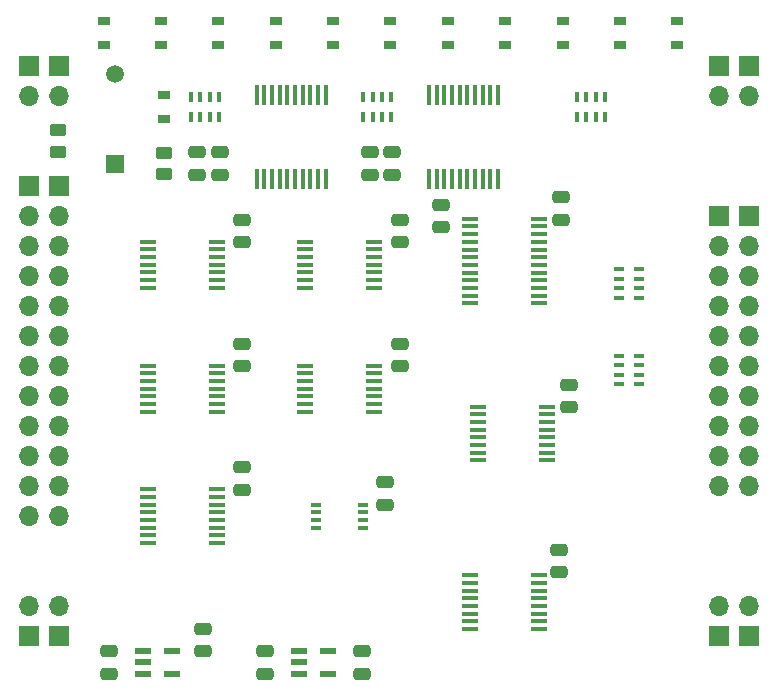
<source format=gbr>
%TF.GenerationSoftware,KiCad,Pcbnew,(6.0.5)*%
%TF.CreationDate,2022-07-28T21:21:49+02:00*%
%TF.ProjectId,Selector State,53656c65-6374-46f7-9220-53746174652e,rev?*%
%TF.SameCoordinates,Original*%
%TF.FileFunction,Soldermask,Top*%
%TF.FilePolarity,Negative*%
%FSLAX46Y46*%
G04 Gerber Fmt 4.6, Leading zero omitted, Abs format (unit mm)*
G04 Created by KiCad (PCBNEW (6.0.5)) date 2022-07-28 21:21:49*
%MOMM*%
%LPD*%
G01*
G04 APERTURE LIST*
G04 Aperture macros list*
%AMRoundRect*
0 Rectangle with rounded corners*
0 $1 Rounding radius*
0 $2 $3 $4 $5 $6 $7 $8 $9 X,Y pos of 4 corners*
0 Add a 4 corners polygon primitive as box body*
4,1,4,$2,$3,$4,$5,$6,$7,$8,$9,$2,$3,0*
0 Add four circle primitives for the rounded corners*
1,1,$1+$1,$2,$3*
1,1,$1+$1,$4,$5*
1,1,$1+$1,$6,$7*
1,1,$1+$1,$8,$9*
0 Add four rect primitives between the rounded corners*
20,1,$1+$1,$2,$3,$4,$5,0*
20,1,$1+$1,$4,$5,$6,$7,0*
20,1,$1+$1,$6,$7,$8,$9,0*
20,1,$1+$1,$8,$9,$2,$3,0*%
G04 Aperture macros list end*
%ADD10R,1.509000X1.509000*%
%ADD11C,1.509000*%
%ADD12R,0.900000X0.425000*%
%ADD13R,1.000000X0.800000*%
%ADD14R,1.400000X0.600000*%
%ADD15R,1.475000X0.450000*%
%ADD16R,0.450000X1.800000*%
%ADD17R,0.950000X0.450000*%
%ADD18RoundRect,0.250000X0.450000X-0.262500X0.450000X0.262500X-0.450000X0.262500X-0.450000X-0.262500X0*%
%ADD19RoundRect,0.250000X-0.475000X0.250000X-0.475000X-0.250000X0.475000X-0.250000X0.475000X0.250000X0*%
%ADD20RoundRect,0.250000X0.475000X-0.250000X0.475000X0.250000X-0.475000X0.250000X-0.475000X-0.250000X0*%
%ADD21R,0.425000X0.900000*%
%ADD22RoundRect,0.250000X-0.450000X0.262500X-0.450000X-0.262500X0.450000X-0.262500X0.450000X0.262500X0*%
%ADD23R,1.700000X1.700000*%
%ADD24O,1.700000X1.700000*%
G04 APERTURE END LIST*
D10*
%TO.C,S1*%
X149542500Y-51435000D03*
D11*
X149542500Y-43815000D03*
%TD*%
D12*
%TO.C,RN6*%
X192190000Y-67697500D03*
X192190000Y-68497500D03*
X192190000Y-69297500D03*
X192190000Y-70097500D03*
X193890000Y-70097500D03*
X193890000Y-69297500D03*
X193890000Y-68497500D03*
X193890000Y-67697500D03*
%TD*%
%TO.C,RN5*%
X193890000Y-60395000D03*
X193890000Y-61195000D03*
X193890000Y-61995000D03*
X193890000Y-62795000D03*
X192190000Y-62795000D03*
X192190000Y-61995000D03*
X192190000Y-61195000D03*
X192190000Y-60395000D03*
%TD*%
D13*
%TO.C,LED8*%
X182594250Y-41370000D03*
X182594250Y-39370000D03*
%TD*%
%TO.C,LED7*%
X177736500Y-41370000D03*
X177736500Y-39370000D03*
%TD*%
%TO.C,LED6*%
X172878750Y-41370000D03*
X172878750Y-39370000D03*
%TD*%
%TO.C,LED5*%
X168021000Y-41370000D03*
X168021000Y-39370000D03*
%TD*%
%TO.C,LED4*%
X163163250Y-41370000D03*
X163163250Y-39370000D03*
%TD*%
%TO.C,LED3*%
X158305500Y-41370000D03*
X158305500Y-39370000D03*
%TD*%
%TO.C,LED2*%
X153447750Y-41370000D03*
X153447750Y-39370000D03*
%TD*%
%TO.C,LED1*%
X148590000Y-41370000D03*
X148590000Y-39370000D03*
%TD*%
%TO.C,LD12*%
X197167500Y-41370000D03*
X197167500Y-39370000D03*
%TD*%
%TO.C,LD11*%
X192309750Y-41370000D03*
X192309750Y-39370000D03*
%TD*%
%TO.C,LD10*%
X187452000Y-41370000D03*
X187452000Y-39370000D03*
%TD*%
D14*
%TO.C,IC13*%
X151918478Y-92712500D03*
X151918478Y-93662500D03*
X151918478Y-94612500D03*
X154418478Y-94612500D03*
X154418478Y-92712500D03*
%TD*%
D15*
%TO.C,IC12*%
X179624500Y-56115000D03*
X179624500Y-56765000D03*
X179624500Y-57415000D03*
X179624500Y-58065000D03*
X179624500Y-58715000D03*
X179624500Y-59365000D03*
X179624500Y-60015000D03*
X179624500Y-60665000D03*
X179624500Y-61315000D03*
X179624500Y-61965000D03*
X179624500Y-62615000D03*
X179624500Y-63265000D03*
X185500500Y-63265000D03*
X185500500Y-62615000D03*
X185500500Y-61965000D03*
X185500500Y-61315000D03*
X185500500Y-60665000D03*
X185500500Y-60015000D03*
X185500500Y-59365000D03*
X185500500Y-58715000D03*
X185500500Y-58065000D03*
X185500500Y-57415000D03*
X185500500Y-56765000D03*
X185500500Y-56115000D03*
%TD*%
%TO.C,IC11*%
X179624500Y-86307500D03*
X179624500Y-86957500D03*
X179624500Y-87607500D03*
X179624500Y-88257500D03*
X179624500Y-88907500D03*
X179624500Y-89557500D03*
X179624500Y-90207500D03*
X179624500Y-90857500D03*
X185500500Y-90857500D03*
X185500500Y-90207500D03*
X185500500Y-89557500D03*
X185500500Y-88907500D03*
X185500500Y-88257500D03*
X185500500Y-87607500D03*
X185500500Y-86957500D03*
X185500500Y-86307500D03*
%TD*%
%TO.C,IC10*%
X180259500Y-72020000D03*
X180259500Y-72670000D03*
X180259500Y-73320000D03*
X180259500Y-73970000D03*
X180259500Y-74620000D03*
X180259500Y-75270000D03*
X180259500Y-75920000D03*
X180259500Y-76570000D03*
X186135500Y-76570000D03*
X186135500Y-75920000D03*
X186135500Y-75270000D03*
X186135500Y-74620000D03*
X186135500Y-73970000D03*
X186135500Y-73320000D03*
X186135500Y-72670000D03*
X186135500Y-72020000D03*
%TD*%
%TO.C,IC9*%
X165654500Y-68535000D03*
X165654500Y-69185000D03*
X165654500Y-69835000D03*
X165654500Y-70485000D03*
X165654500Y-71135000D03*
X165654500Y-71785000D03*
X165654500Y-72435000D03*
X171530500Y-72435000D03*
X171530500Y-71785000D03*
X171530500Y-71135000D03*
X171530500Y-70485000D03*
X171530500Y-69835000D03*
X171530500Y-69185000D03*
X171530500Y-68535000D03*
%TD*%
%TO.C,IC8*%
X165654500Y-58057500D03*
X165654500Y-58707500D03*
X165654500Y-59357500D03*
X165654500Y-60007500D03*
X165654500Y-60657500D03*
X165654500Y-61307500D03*
X165654500Y-61957500D03*
X171530500Y-61957500D03*
X171530500Y-61307500D03*
X171530500Y-60657500D03*
X171530500Y-60007500D03*
X171530500Y-59357500D03*
X171530500Y-58707500D03*
X171530500Y-58057500D03*
%TD*%
D16*
%TO.C,IC7*%
X176145000Y-52762500D03*
X176795000Y-52762500D03*
X177445000Y-52762500D03*
X178095000Y-52762500D03*
X178745000Y-52762500D03*
X179395000Y-52762500D03*
X180045000Y-52762500D03*
X180695000Y-52762500D03*
X181345000Y-52762500D03*
X181995000Y-52762500D03*
X181995000Y-45662500D03*
X181345000Y-45662500D03*
X180695000Y-45662500D03*
X180045000Y-45662500D03*
X179395000Y-45662500D03*
X178745000Y-45662500D03*
X178095000Y-45662500D03*
X177445000Y-45662500D03*
X176795000Y-45662500D03*
X176145000Y-45662500D03*
%TD*%
%TO.C,IC6*%
X161540000Y-52762500D03*
X162190000Y-52762500D03*
X162840000Y-52762500D03*
X163490000Y-52762500D03*
X164140000Y-52762500D03*
X164790000Y-52762500D03*
X165440000Y-52762500D03*
X166090000Y-52762500D03*
X166740000Y-52762500D03*
X167390000Y-52762500D03*
X167390000Y-45662500D03*
X166740000Y-45662500D03*
X166090000Y-45662500D03*
X165440000Y-45662500D03*
X164790000Y-45662500D03*
X164140000Y-45662500D03*
X163490000Y-45662500D03*
X162840000Y-45662500D03*
X162190000Y-45662500D03*
X161540000Y-45662500D03*
%TD*%
D17*
%TO.C,IC5*%
X166617500Y-80305000D03*
X166617500Y-80955000D03*
X166617500Y-81605000D03*
X166617500Y-82255000D03*
X170567500Y-82255000D03*
X170567500Y-81605000D03*
X170567500Y-80955000D03*
X170567500Y-80305000D03*
%TD*%
D15*
%TO.C,IC4*%
X152319500Y-79005000D03*
X152319500Y-79655000D03*
X152319500Y-80305000D03*
X152319500Y-80955000D03*
X152319500Y-81605000D03*
X152319500Y-82255000D03*
X152319500Y-82905000D03*
X152319500Y-83555000D03*
X158195500Y-83555000D03*
X158195500Y-82905000D03*
X158195500Y-82255000D03*
X158195500Y-81605000D03*
X158195500Y-80955000D03*
X158195500Y-80305000D03*
X158195500Y-79655000D03*
X158195500Y-79005000D03*
%TD*%
%TO.C,IC3*%
X152319500Y-68535000D03*
X152319500Y-69185000D03*
X152319500Y-69835000D03*
X152319500Y-70485000D03*
X152319500Y-71135000D03*
X152319500Y-71785000D03*
X152319500Y-72435000D03*
X158195500Y-72435000D03*
X158195500Y-71785000D03*
X158195500Y-71135000D03*
X158195500Y-70485000D03*
X158195500Y-69835000D03*
X158195500Y-69185000D03*
X158195500Y-68535000D03*
%TD*%
%TO.C,IC2*%
X152319500Y-58057500D03*
X152319500Y-58707500D03*
X152319500Y-59357500D03*
X152319500Y-60007500D03*
X152319500Y-60657500D03*
X152319500Y-61307500D03*
X152319500Y-61957500D03*
X158195500Y-61957500D03*
X158195500Y-61307500D03*
X158195500Y-60657500D03*
X158195500Y-60007500D03*
X158195500Y-59357500D03*
X158195500Y-58707500D03*
X158195500Y-58057500D03*
%TD*%
D14*
%TO.C,IC1*%
X165120000Y-92712500D03*
X165120000Y-93662500D03*
X165120000Y-94612500D03*
X167620000Y-94612500D03*
X167620000Y-92712500D03*
%TD*%
D18*
%TO.C,R2*%
X144770000Y-50442500D03*
X144770000Y-48617500D03*
%TD*%
D19*
%TO.C,C18*%
X172402500Y-78425000D03*
X172402500Y-80325000D03*
%TD*%
D20*
%TO.C,C8*%
X171132500Y-52385000D03*
X171132500Y-50485000D03*
%TD*%
D19*
%TO.C,C19*%
X177165000Y-54930000D03*
X177165000Y-56830000D03*
%TD*%
%TO.C,C10*%
X160337500Y-77155000D03*
X160337500Y-79055000D03*
%TD*%
D20*
%TO.C,C5*%
X173037500Y-52385000D03*
X173037500Y-50485000D03*
%TD*%
%TO.C,C2*%
X149040978Y-94612500D03*
X149040978Y-92712500D03*
%TD*%
D19*
%TO.C,C11*%
X160337500Y-56200000D03*
X160337500Y-58100000D03*
%TD*%
%TO.C,C13*%
X173672500Y-56200000D03*
X173672500Y-58100000D03*
%TD*%
D13*
%TO.C,LD13*%
X153670000Y-47656500D03*
X153670000Y-45656500D03*
%TD*%
D21*
%TO.C,RN1*%
X155962500Y-47522500D03*
X156762500Y-47522500D03*
X157562500Y-47522500D03*
X158362500Y-47522500D03*
X158362500Y-45822500D03*
X157562500Y-45822500D03*
X156762500Y-45822500D03*
X155962500Y-45822500D03*
%TD*%
D19*
%TO.C,C15*%
X187192500Y-84140000D03*
X187192500Y-86040000D03*
%TD*%
D20*
%TO.C,C6*%
X158432500Y-52385000D03*
X158432500Y-50485000D03*
%TD*%
D22*
%TO.C,R3*%
X153680000Y-50522500D03*
X153680000Y-52347500D03*
%TD*%
D19*
%TO.C,C14*%
X160337500Y-66680000D03*
X160337500Y-68580000D03*
%TD*%
%TO.C,C12*%
X173672500Y-66680000D03*
X173672500Y-68580000D03*
%TD*%
D21*
%TO.C,RN3*%
X188665000Y-47522500D03*
X189465000Y-47522500D03*
X190265000Y-47522500D03*
X191065000Y-47522500D03*
X191065000Y-45822500D03*
X190265000Y-45822500D03*
X189465000Y-45822500D03*
X188665000Y-45822500D03*
%TD*%
%TO.C,RN2*%
X170567500Y-47522500D03*
X171367500Y-47522500D03*
X172167500Y-47522500D03*
X172967500Y-47522500D03*
X172967500Y-45822500D03*
X172167500Y-45822500D03*
X171367500Y-45822500D03*
X170567500Y-45822500D03*
%TD*%
D20*
%TO.C,C9*%
X156527500Y-52385000D03*
X156527500Y-50485000D03*
%TD*%
D19*
%TO.C,C16*%
X187960000Y-70170000D03*
X187960000Y-72070000D03*
%TD*%
%TO.C,C4*%
X156978478Y-90807500D03*
X156978478Y-92707500D03*
%TD*%
%TO.C,C17*%
X187325000Y-54295000D03*
X187325000Y-56195000D03*
%TD*%
D20*
%TO.C,C1*%
X162242500Y-94612500D03*
X162242500Y-92712500D03*
%TD*%
%TO.C,C7*%
X170497500Y-94612500D03*
X170497500Y-92712500D03*
%TD*%
D23*
%TO.C,J12*%
X200660000Y-91440000D03*
D24*
X200660000Y-88900000D03*
%TD*%
D23*
%TO.C,J2*%
X142240000Y-53340000D03*
D24*
X142240000Y-55880000D03*
X142240000Y-58420000D03*
X142240000Y-60960000D03*
X142240000Y-63500000D03*
X142240000Y-66040000D03*
X142240000Y-68580000D03*
X142240000Y-71120000D03*
X142240000Y-73660000D03*
X142240000Y-76200000D03*
X142240000Y-78740000D03*
X142240000Y-81280000D03*
%TD*%
D23*
%TO.C,J6*%
X142240000Y-91440000D03*
D24*
X142240000Y-88900000D03*
%TD*%
D23*
%TO.C,J4*%
X142240000Y-43180000D03*
D24*
X142240000Y-45720000D03*
%TD*%
D23*
%TO.C,J3*%
X144780000Y-91440000D03*
D24*
X144780000Y-88900000D03*
%TD*%
D23*
%TO.C,J5*%
X144780000Y-53340000D03*
D24*
X144780000Y-55880000D03*
X144780000Y-58420000D03*
X144780000Y-60960000D03*
X144780000Y-63500000D03*
X144780000Y-66040000D03*
X144780000Y-68580000D03*
X144780000Y-71120000D03*
X144780000Y-73660000D03*
X144780000Y-76200000D03*
X144780000Y-78740000D03*
X144780000Y-81280000D03*
%TD*%
D23*
%TO.C,J10*%
X203200000Y-43180000D03*
D24*
X203200000Y-45720000D03*
%TD*%
D23*
%TO.C,J8*%
X200660000Y-55880000D03*
D24*
X200660000Y-58420000D03*
X200660000Y-60960000D03*
X200660000Y-63500000D03*
X200660000Y-66040000D03*
X200660000Y-68580000D03*
X200660000Y-71120000D03*
X200660000Y-73660000D03*
X200660000Y-76200000D03*
X200660000Y-78740000D03*
%TD*%
D23*
%TO.C,J1*%
X144780000Y-43180000D03*
D24*
X144780000Y-45720000D03*
%TD*%
D23*
%TO.C,J7*%
X200660000Y-43180000D03*
D24*
X200660000Y-45720000D03*
%TD*%
D23*
%TO.C,J11*%
X203200000Y-55880000D03*
D24*
X203200000Y-58420000D03*
X203200000Y-60960000D03*
X203200000Y-63500000D03*
X203200000Y-66040000D03*
X203200000Y-68580000D03*
X203200000Y-71120000D03*
X203200000Y-73660000D03*
X203200000Y-76200000D03*
X203200000Y-78740000D03*
%TD*%
D23*
%TO.C,J9*%
X203200000Y-91440000D03*
D24*
X203200000Y-88900000D03*
%TD*%
M02*

</source>
